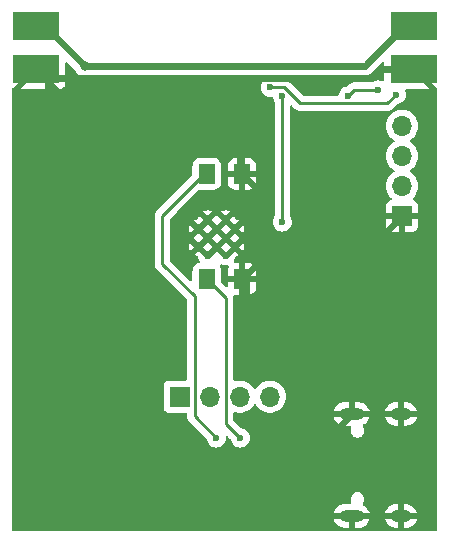
<source format=gbl>
%TF.GenerationSoftware,KiCad,Pcbnew,7.0.1-3b83917a11~172~ubuntu22.04.1*%
%TF.CreationDate,2023-04-18T10:01:55+02:00*%
%TF.ProjectId,part2,70617274-322e-46b6-9963-61645f706362,rev?*%
%TF.SameCoordinates,Original*%
%TF.FileFunction,Copper,L2,Bot*%
%TF.FilePolarity,Positive*%
%FSLAX46Y46*%
G04 Gerber Fmt 4.6, Leading zero omitted, Abs format (unit mm)*
G04 Created by KiCad (PCBNEW 7.0.1-3b83917a11~172~ubuntu22.04.1) date 2023-04-18 10:01:55*
%MOMM*%
%LPD*%
G01*
G04 APERTURE LIST*
G04 Aperture macros list*
%AMRoundRect*
0 Rectangle with rounded corners*
0 $1 Rounding radius*
0 $2 $3 $4 $5 $6 $7 $8 $9 X,Y pos of 4 corners*
0 Add a 4 corners polygon primitive as box body*
4,1,4,$2,$3,$4,$5,$6,$7,$8,$9,$2,$3,0*
0 Add four circle primitives for the rounded corners*
1,1,$1+$1,$2,$3*
1,1,$1+$1,$4,$5*
1,1,$1+$1,$6,$7*
1,1,$1+$1,$8,$9*
0 Add four rect primitives between the rounded corners*
20,1,$1+$1,$2,$3,$4,$5,0*
20,1,$1+$1,$4,$5,$6,$7,0*
20,1,$1+$1,$6,$7,$8,$9,0*
20,1,$1+$1,$8,$9,$2,$3,0*%
G04 Aperture macros list end*
%TA.AperFunction,SMDPad,CuDef*%
%ADD10R,4.000000X2.400000*%
%TD*%
%TA.AperFunction,ComponentPad*%
%ADD11R,1.700000X1.700000*%
%TD*%
%TA.AperFunction,ComponentPad*%
%ADD12O,1.700000X1.700000*%
%TD*%
%TA.AperFunction,SMDPad,CuDef*%
%ADD13RoundRect,0.250001X0.462499X0.624999X-0.462499X0.624999X-0.462499X-0.624999X0.462499X-0.624999X0*%
%TD*%
%TA.AperFunction,HeatsinkPad*%
%ADD14C,0.600000*%
%TD*%
%TA.AperFunction,ComponentPad*%
%ADD15O,2.100000X1.000000*%
%TD*%
%TA.AperFunction,ComponentPad*%
%ADD16O,1.800000X1.000000*%
%TD*%
%TA.AperFunction,ViaPad*%
%ADD17C,0.800000*%
%TD*%
%TA.AperFunction,ViaPad*%
%ADD18C,0.600000*%
%TD*%
%TA.AperFunction,Conductor*%
%ADD19C,0.600000*%
%TD*%
%TA.AperFunction,Conductor*%
%ADD20C,0.250000*%
%TD*%
G04 APERTURE END LIST*
D10*
%TO.P,J5,1,3V3*%
%TO.N,N/C*%
X158775500Y-79410000D03*
%TO.P,J5,2,GND*%
X158775500Y-83010000D03*
%TD*%
D11*
%TO.P,J4,1,Pin_1*%
%TO.N,N/C*%
X138975500Y-110742000D03*
D12*
%TO.P,J4,2,Pin_2*%
X141515500Y-110742000D03*
%TO.P,J4,3,Pin_3*%
X144055500Y-110742000D03*
%TO.P,J4,4,Pin_4*%
X146595500Y-110742000D03*
%TD*%
D11*
%TO.P,J3,1,Pin_1*%
%TO.N,N/C*%
X157802000Y-95446000D03*
D12*
%TO.P,J3,2,Pin_2*%
X157802000Y-92906000D03*
%TO.P,J3,3,Pin_3*%
X157802000Y-90366000D03*
%TO.P,J3,4,Pin_4*%
X157802000Y-87826000D03*
%TD*%
D13*
%TO.P,D1,1,K*%
%TO.N,N/C*%
X144240500Y-91890000D03*
%TO.P,D1,2,A*%
X141265500Y-91890000D03*
%TD*%
D10*
%TO.P,J9,1,3V3*%
%TO.N,N/C*%
X126775500Y-79410000D03*
%TO.P,J9,2,GND*%
X126775500Y-83010000D03*
%TD*%
D13*
%TO.P,D2,1,K*%
%TO.N,N/C*%
X144240500Y-100780000D03*
%TO.P,D2,2,A*%
X141265500Y-100780000D03*
%TD*%
D14*
%TO.P,U1,39,GND*%
%TO.N,N/C*%
X140570500Y-96537500D03*
X140570500Y-98062500D03*
X141333000Y-95775000D03*
X141333000Y-97300000D03*
X141333000Y-98825000D03*
X142095500Y-96537500D03*
X142095500Y-98062500D03*
X142858000Y-95775000D03*
X142858000Y-97300000D03*
X142858000Y-98825000D03*
X143620500Y-96537500D03*
X143620500Y-98062500D03*
%TD*%
D15*
%TO.P,J1,S1,SHIELD*%
%TO.N,N/C*%
X153515500Y-120846000D03*
D16*
X157695500Y-120846000D03*
D15*
X153515500Y-112206000D03*
D16*
X157695500Y-112206000D03*
%TD*%
D17*
%TO.N,*%
X127830000Y-87318000D03*
X144594000Y-104590000D03*
X149303569Y-114242500D03*
X136974000Y-112718000D03*
D18*
X142054000Y-114242000D03*
X144086000Y-114242000D03*
D17*
X130911500Y-82746000D03*
X130370000Y-98494000D03*
D18*
X157294000Y-85169500D03*
X146626000Y-84561500D03*
X155770000Y-84778000D03*
X147642000Y-85286000D03*
X147642000Y-95954000D03*
X153230000Y-85286000D03*
%TD*%
D19*
%TO.N,*%
X130370000Y-106114000D02*
X130370000Y-98494000D01*
X127527500Y-83762000D02*
X126775500Y-83010000D01*
X140022000Y-83762000D02*
X127527500Y-83762000D01*
X155262000Y-83762000D02*
X156014000Y-83010000D01*
X144086000Y-83762000D02*
X144086000Y-91735500D01*
X145610000Y-97478000D02*
X145610000Y-99410500D01*
X156014000Y-83010000D02*
X158775500Y-83010000D01*
X127830000Y-84064500D02*
X126775500Y-83010000D01*
X127830000Y-87318000D02*
X127830000Y-84064500D01*
X145610000Y-97478000D02*
X155770000Y-97478000D01*
X136974000Y-112718000D02*
X130370000Y-106114000D01*
X144086000Y-83762000D02*
X140022000Y-83762000D01*
X145610000Y-99410500D02*
X144240500Y-100780000D01*
X144086000Y-91735500D02*
X144240500Y-91890000D01*
X155770000Y-97478000D02*
X157802000Y-95446000D01*
X145610000Y-93259500D02*
X145610000Y-97478000D01*
X151479000Y-114242500D02*
X153515500Y-112206000D01*
X144240500Y-91890000D02*
X145610000Y-93259500D01*
X140022000Y-88842000D02*
X140022000Y-83762000D01*
X155262000Y-83762000D02*
X144594000Y-83762000D01*
X130370000Y-98494000D02*
X140022000Y-88842000D01*
X149303569Y-114242500D02*
X151479000Y-114242500D01*
X144594000Y-104590000D02*
X144594000Y-101133500D01*
X144594000Y-101133500D02*
X144240500Y-100780000D01*
X144594000Y-83762000D02*
X144086000Y-83762000D01*
D20*
X142054000Y-114242000D02*
X140228000Y-112416000D01*
X140228000Y-112416000D02*
X140228000Y-102256000D01*
X141038000Y-91890000D02*
X141265500Y-91890000D01*
X137482000Y-99510000D02*
X137482000Y-95446000D01*
X137482000Y-95446000D02*
X141038000Y-91890000D01*
X140228000Y-102256000D02*
X137482000Y-99510000D01*
X144086000Y-114242000D02*
X142880500Y-113036500D01*
X142880500Y-113036500D02*
X142880500Y-102395000D01*
X142880500Y-102395000D02*
X141265500Y-100780000D01*
D19*
X154639500Y-82746000D02*
X130911500Y-82746000D01*
X130911500Y-82746000D02*
X127575500Y-79410000D01*
X157975500Y-79410000D02*
X154639500Y-82746000D01*
X158775500Y-79410000D02*
X157975500Y-79410000D01*
X127575500Y-79410000D02*
X126775500Y-79410000D01*
D20*
X149166000Y-85911000D02*
X147816500Y-84561500D01*
X147816500Y-84561500D02*
X146626000Y-84561500D01*
X157294000Y-85169500D02*
X156552500Y-85911000D01*
X156552500Y-85911000D02*
X149166000Y-85911000D01*
X153738000Y-84778000D02*
X153230000Y-85286000D01*
X155770000Y-84778000D02*
X153738000Y-84778000D01*
X147642000Y-95954000D02*
X147642000Y-85286000D01*
%TD*%
%TA.AperFunction,NonConductor*%
G36*
X156224385Y-82452435D02*
G01*
X156261985Y-82496458D01*
X156275500Y-82552753D01*
X156275500Y-83923552D01*
X156261667Y-83980466D01*
X156223255Y-84024681D01*
X156168834Y-84046334D01*
X156110546Y-84040594D01*
X155951044Y-83984782D01*
X155770000Y-83964383D01*
X155588955Y-83984782D01*
X155416984Y-84044957D01*
X155356720Y-84082824D01*
X155288810Y-84125494D01*
X155222840Y-84144500D01*
X153821628Y-84144500D01*
X153800892Y-84142211D01*
X153798091Y-84142299D01*
X153730001Y-84144439D01*
X153726106Y-84144500D01*
X153698144Y-84144500D01*
X153694032Y-84145019D01*
X153682401Y-84145934D01*
X153638110Y-84147326D01*
X153618507Y-84153022D01*
X153599456Y-84156967D01*
X153579203Y-84159525D01*
X153538008Y-84175835D01*
X153526962Y-84179616D01*
X153484405Y-84191981D01*
X153466827Y-84202376D01*
X153449360Y-84210933D01*
X153430384Y-84218446D01*
X153394544Y-84244485D01*
X153384786Y-84250895D01*
X153346637Y-84273457D01*
X153332196Y-84287898D01*
X153317409Y-84300527D01*
X153300892Y-84312528D01*
X153272652Y-84346663D01*
X153264792Y-84355301D01*
X153167942Y-84452151D01*
X153134063Y-84476190D01*
X153094146Y-84487690D01*
X153048955Y-84492782D01*
X152876984Y-84552957D01*
X152722717Y-84649890D01*
X152593890Y-84778717D01*
X152496957Y-84932984D01*
X152436782Y-85104955D01*
X152429749Y-85167383D01*
X152408983Y-85223351D01*
X152364471Y-85263130D01*
X152306529Y-85277500D01*
X149479767Y-85277500D01*
X149432314Y-85268061D01*
X149392086Y-85241181D01*
X148323588Y-84172683D01*
X148310544Y-84156401D01*
X148258848Y-84107856D01*
X148256051Y-84105145D01*
X148236273Y-84085367D01*
X148232995Y-84082824D01*
X148224122Y-84075245D01*
X148191821Y-84044914D01*
X148173933Y-84035080D01*
X148157669Y-84024396D01*
X148141540Y-84011885D01*
X148100877Y-83994289D01*
X148090383Y-83989148D01*
X148051562Y-83967805D01*
X148038232Y-83964383D01*
X148031784Y-83962727D01*
X148013379Y-83956426D01*
X147994645Y-83948319D01*
X147994643Y-83948318D01*
X147994642Y-83948318D01*
X147950883Y-83941387D01*
X147939443Y-83939018D01*
X147896531Y-83928000D01*
X147896530Y-83928000D01*
X147876116Y-83928000D01*
X147856717Y-83926473D01*
X147836558Y-83923280D01*
X147836557Y-83923280D01*
X147814236Y-83925390D01*
X147792443Y-83927450D01*
X147780774Y-83928000D01*
X147173160Y-83928000D01*
X147107189Y-83908994D01*
X146979015Y-83828457D01*
X146884947Y-83795541D01*
X146828955Y-83755813D01*
X146802682Y-83692384D01*
X146814182Y-83624698D01*
X146859930Y-83573506D01*
X146925902Y-83554500D01*
X154730597Y-83554500D01*
X154768359Y-83545880D01*
X154782048Y-83543553D01*
X154820547Y-83539217D01*
X154857124Y-83526417D01*
X154870442Y-83522581D01*
X154908220Y-83513959D01*
X154943115Y-83497153D01*
X154955949Y-83491836D01*
X154992515Y-83479043D01*
X155025317Y-83458430D01*
X155037461Y-83451719D01*
X155072370Y-83434909D01*
X155102653Y-83410757D01*
X155113978Y-83402721D01*
X155146781Y-83382111D01*
X155275611Y-83253281D01*
X155275611Y-83253280D01*
X156063819Y-82465072D01*
X156113182Y-82434822D01*
X156170898Y-82430280D01*
X156224385Y-82452435D01*
G37*
%TD.AperFunction*%
%TA.AperFunction,NonConductor*%
G36*
X129437818Y-82434822D02*
G01*
X129487181Y-82465072D01*
X130025747Y-83003638D01*
X130055997Y-83052999D01*
X130076974Y-83117559D01*
X130172457Y-83282941D01*
X130172460Y-83282944D01*
X130300247Y-83424866D01*
X130434731Y-83522575D01*
X130454748Y-83537118D01*
X130629214Y-83614795D01*
X130816011Y-83654500D01*
X130816013Y-83654500D01*
X131006987Y-83654500D01*
X131006989Y-83654500D01*
X131193785Y-83614795D01*
X131193786Y-83614794D01*
X131193788Y-83614794D01*
X131305133Y-83565219D01*
X131355568Y-83554500D01*
X146326098Y-83554500D01*
X146392070Y-83573506D01*
X146437818Y-83624698D01*
X146449318Y-83692384D01*
X146423045Y-83755813D01*
X146367052Y-83795541D01*
X146319721Y-83812103D01*
X146272984Y-83828457D01*
X146118717Y-83925390D01*
X145989890Y-84054217D01*
X145892957Y-84208484D01*
X145832782Y-84380455D01*
X145812383Y-84561499D01*
X145832782Y-84742544D01*
X145832782Y-84742546D01*
X145832783Y-84742547D01*
X145892957Y-84914515D01*
X145989889Y-85068781D01*
X146118719Y-85197611D01*
X146272985Y-85294543D01*
X146444953Y-85354717D01*
X146565651Y-85368316D01*
X146625999Y-85375116D01*
X146625999Y-85375115D01*
X146626000Y-85375116D01*
X146712541Y-85365365D01*
X146776010Y-85374931D01*
X146826194Y-85414949D01*
X146841792Y-85454691D01*
X146844169Y-85453860D01*
X146908957Y-85639015D01*
X146989494Y-85767188D01*
X147008500Y-85833160D01*
X147008500Y-95406840D01*
X146989494Y-95472812D01*
X146908957Y-95600984D01*
X146848782Y-95772955D01*
X146828383Y-95954000D01*
X146848782Y-96135044D01*
X146848782Y-96135046D01*
X146848783Y-96135047D01*
X146908957Y-96307015D01*
X147005889Y-96461281D01*
X147134719Y-96590111D01*
X147288985Y-96687043D01*
X147460953Y-96747217D01*
X147642000Y-96767616D01*
X147823047Y-96747217D01*
X147995015Y-96687043D01*
X148149281Y-96590111D01*
X148278111Y-96461281D01*
X148375043Y-96307015D01*
X148435217Y-96135047D01*
X148455616Y-95954000D01*
X148435217Y-95772953D01*
X148408290Y-95696000D01*
X156452000Y-95696000D01*
X156452000Y-96343824D01*
X156458402Y-96403375D01*
X156508647Y-96538089D01*
X156594811Y-96653188D01*
X156709910Y-96739352D01*
X156844624Y-96789597D01*
X156904176Y-96796000D01*
X157552000Y-96796000D01*
X157552000Y-95696000D01*
X158052000Y-95696000D01*
X158052000Y-96796000D01*
X158699824Y-96796000D01*
X158759375Y-96789597D01*
X158894089Y-96739352D01*
X159009188Y-96653188D01*
X159095352Y-96538089D01*
X159145597Y-96403375D01*
X159152000Y-96343824D01*
X159152000Y-95696000D01*
X158052000Y-95696000D01*
X157552000Y-95696000D01*
X156452000Y-95696000D01*
X148408290Y-95696000D01*
X148375043Y-95600985D01*
X148294505Y-95472810D01*
X148275500Y-95406840D01*
X148275500Y-92905999D01*
X156438843Y-92905999D01*
X156457435Y-93130363D01*
X156457435Y-93130366D01*
X156457436Y-93130368D01*
X156499171Y-93295177D01*
X156512705Y-93348618D01*
X156603138Y-93554788D01*
X156726279Y-93743269D01*
X156877706Y-93907761D01*
X156906480Y-93960514D01*
X156907073Y-94020601D01*
X156879346Y-94073912D01*
X156829811Y-94107927D01*
X156709911Y-94152647D01*
X156594811Y-94238811D01*
X156508647Y-94353910D01*
X156458402Y-94488624D01*
X156452000Y-94548176D01*
X156452000Y-95196000D01*
X159152000Y-95196000D01*
X159152000Y-94548176D01*
X159145597Y-94488624D01*
X159095352Y-94353910D01*
X159009188Y-94238811D01*
X158894089Y-94152647D01*
X158774188Y-94107927D01*
X158724653Y-94073912D01*
X158696926Y-94020601D01*
X158697519Y-93960514D01*
X158726291Y-93907763D01*
X158877722Y-93743268D01*
X159000860Y-93554791D01*
X159091296Y-93348616D01*
X159146564Y-93130368D01*
X159165156Y-92906000D01*
X159146564Y-92681632D01*
X159091296Y-92463384D01*
X159000860Y-92257209D01*
X158877722Y-92068732D01*
X158725240Y-91903094D01*
X158547576Y-91764811D01*
X158511067Y-91745053D01*
X158463563Y-91699474D01*
X158446086Y-91636000D01*
X158463563Y-91572526D01*
X158511067Y-91526946D01*
X158547576Y-91507189D01*
X158725240Y-91368906D01*
X158877722Y-91203268D01*
X159000860Y-91014791D01*
X159091296Y-90808616D01*
X159146564Y-90590368D01*
X159165156Y-90366000D01*
X159146564Y-90141632D01*
X159091296Y-89923384D01*
X159000860Y-89717209D01*
X158877722Y-89528732D01*
X158725240Y-89363094D01*
X158547576Y-89224811D01*
X158547575Y-89224810D01*
X158511067Y-89205053D01*
X158463562Y-89159471D01*
X158446086Y-89095997D01*
X158463564Y-89032523D01*
X158511067Y-88986946D01*
X158547576Y-88967189D01*
X158725240Y-88828906D01*
X158877722Y-88663268D01*
X159000860Y-88474791D01*
X159091296Y-88268616D01*
X159146564Y-88050368D01*
X159165156Y-87826000D01*
X159146564Y-87601632D01*
X159091296Y-87383384D01*
X159000860Y-87177209D01*
X158877722Y-86988732D01*
X158725240Y-86823094D01*
X158547576Y-86684811D01*
X158349574Y-86577658D01*
X158349573Y-86577657D01*
X158349572Y-86577657D01*
X158136636Y-86504556D01*
X157914569Y-86467500D01*
X157689431Y-86467500D01*
X157467363Y-86504556D01*
X157254427Y-86577657D01*
X157056424Y-86684811D01*
X156878760Y-86823094D01*
X156726279Y-86988730D01*
X156603138Y-87177211D01*
X156512705Y-87383381D01*
X156457435Y-87601636D01*
X156438843Y-87826000D01*
X156457435Y-88050363D01*
X156512705Y-88268618D01*
X156603138Y-88474788D01*
X156603140Y-88474791D01*
X156726278Y-88663268D01*
X156878760Y-88828906D01*
X157056424Y-88967189D01*
X157092930Y-88986945D01*
X157140435Y-89032524D01*
X157157913Y-89095997D01*
X157140437Y-89159471D01*
X157092933Y-89205052D01*
X157056427Y-89224809D01*
X156878760Y-89363094D01*
X156726279Y-89528730D01*
X156603138Y-89717211D01*
X156512705Y-89923381D01*
X156457435Y-90141636D01*
X156438843Y-90366000D01*
X156457435Y-90590363D01*
X156457435Y-90590366D01*
X156457436Y-90590368D01*
X156509675Y-90796655D01*
X156512705Y-90808618D01*
X156603138Y-91014788D01*
X156603140Y-91014791D01*
X156726278Y-91203268D01*
X156878760Y-91368906D01*
X157056424Y-91507189D01*
X157056426Y-91507190D01*
X157092931Y-91526946D01*
X157140436Y-91572527D01*
X157157913Y-91636000D01*
X157140436Y-91699473D01*
X157092931Y-91745054D01*
X157056426Y-91764809D01*
X156878760Y-91903094D01*
X156726279Y-92068730D01*
X156603138Y-92257211D01*
X156512705Y-92463381D01*
X156457435Y-92681636D01*
X156438843Y-92905999D01*
X148275500Y-92905999D01*
X148275500Y-86215766D01*
X148289015Y-86159471D01*
X148326615Y-86115448D01*
X148380102Y-86093293D01*
X148437818Y-86097835D01*
X148487181Y-86128085D01*
X148658910Y-86299814D01*
X148671959Y-86316101D01*
X148673999Y-86318016D01*
X148674000Y-86318018D01*
X148723701Y-86364690D01*
X148726434Y-86367338D01*
X148746230Y-86387134D01*
X148749493Y-86389665D01*
X148758369Y-86397245D01*
X148790679Y-86427586D01*
X148808572Y-86437422D01*
X148824831Y-86448103D01*
X148840959Y-86460613D01*
X148881625Y-86478210D01*
X148892106Y-86483346D01*
X148898082Y-86486631D01*
X148930940Y-86504695D01*
X148950710Y-86509771D01*
X148969115Y-86516071D01*
X148987855Y-86524181D01*
X149031630Y-86531113D01*
X149043041Y-86533477D01*
X149085970Y-86544500D01*
X149106384Y-86544500D01*
X149125783Y-86546027D01*
X149145943Y-86549220D01*
X149190056Y-86545050D01*
X149201726Y-86544500D01*
X156468867Y-86544500D01*
X156489608Y-86546789D01*
X156492405Y-86546701D01*
X156492409Y-86546702D01*
X156560517Y-86544560D01*
X156564413Y-86544500D01*
X156592354Y-86544500D01*
X156592356Y-86544500D01*
X156596456Y-86543981D01*
X156608106Y-86543064D01*
X156652389Y-86541673D01*
X156671998Y-86535975D01*
X156691031Y-86532033D01*
X156711297Y-86529474D01*
X156752506Y-86513157D01*
X156763537Y-86509380D01*
X156806093Y-86497018D01*
X156823660Y-86486628D01*
X156841132Y-86478068D01*
X156860117Y-86470552D01*
X156895975Y-86444498D01*
X156905723Y-86438096D01*
X156943862Y-86415542D01*
X156958300Y-86401103D01*
X156973088Y-86388472D01*
X156989607Y-86376472D01*
X157017859Y-86342319D01*
X157025703Y-86333699D01*
X157356057Y-86003345D01*
X157389934Y-85979309D01*
X157429853Y-85967809D01*
X157475047Y-85962717D01*
X157647015Y-85902543D01*
X157801281Y-85805611D01*
X157930111Y-85676781D01*
X158027043Y-85522515D01*
X158087217Y-85350547D01*
X158107616Y-85169500D01*
X158107377Y-85167383D01*
X158087217Y-84988455D01*
X158087217Y-84988453D01*
X158047501Y-84874953D01*
X158041762Y-84816666D01*
X158063415Y-84762245D01*
X158107630Y-84723833D01*
X158164544Y-84710000D01*
X160121947Y-84710000D01*
X160121947Y-84709999D01*
X158509628Y-83097680D01*
X158477534Y-83042092D01*
X158477534Y-82977905D01*
X158509628Y-82922318D01*
X158687819Y-82744128D01*
X158743407Y-82712034D01*
X158807594Y-82712034D01*
X158863181Y-82744128D01*
X160745181Y-84626128D01*
X160772061Y-84666356D01*
X160781500Y-84713809D01*
X160781500Y-122042800D01*
X160764887Y-122104800D01*
X160719500Y-122150187D01*
X160657500Y-122166800D01*
X124906500Y-122166800D01*
X124844500Y-122150187D01*
X124799113Y-122104800D01*
X124782500Y-122042800D01*
X124782500Y-121096000D01*
X151992134Y-121096000D01*
X151992432Y-121097948D01*
X152063064Y-121288663D01*
X152170645Y-121461263D01*
X152310766Y-121608669D01*
X152477694Y-121724855D01*
X152664592Y-121805059D01*
X152863811Y-121846000D01*
X153265500Y-121846000D01*
X153265500Y-121096000D01*
X153765500Y-121096000D01*
X153765500Y-121846000D01*
X154116210Y-121846000D01*
X154267839Y-121830580D01*
X154461889Y-121769696D01*
X154639714Y-121670996D01*
X154794031Y-121538520D01*
X154918521Y-121377692D01*
X155008089Y-121195094D01*
X155033746Y-121096000D01*
X156322134Y-121096000D01*
X156322432Y-121097948D01*
X156393064Y-121288663D01*
X156500645Y-121461263D01*
X156640766Y-121608669D01*
X156807694Y-121724855D01*
X156994592Y-121805059D01*
X157193811Y-121846000D01*
X157445500Y-121846000D01*
X157445500Y-121096000D01*
X157945500Y-121096000D01*
X157945500Y-121846000D01*
X158146210Y-121846000D01*
X158297839Y-121830580D01*
X158491889Y-121769696D01*
X158669714Y-121670996D01*
X158824031Y-121538520D01*
X158948521Y-121377692D01*
X159038089Y-121195094D01*
X159063746Y-121096000D01*
X157945500Y-121096000D01*
X157445500Y-121096000D01*
X156322134Y-121096000D01*
X155033746Y-121096000D01*
X153765500Y-121096000D01*
X153265500Y-121096000D01*
X151992134Y-121096000D01*
X124782500Y-121096000D01*
X124782500Y-120596000D01*
X151997253Y-120596000D01*
X155038866Y-120596000D01*
X156327253Y-120596000D01*
X157445500Y-120596000D01*
X157445500Y-119846000D01*
X157945500Y-119846000D01*
X157945500Y-120596000D01*
X159068866Y-120596000D01*
X159068567Y-120594051D01*
X158997935Y-120403336D01*
X158890354Y-120230736D01*
X158750233Y-120083330D01*
X158583305Y-119967144D01*
X158396407Y-119886940D01*
X158197189Y-119846000D01*
X157945500Y-119846000D01*
X157445500Y-119846000D01*
X157244790Y-119846000D01*
X157093160Y-119861419D01*
X156899110Y-119922303D01*
X156721285Y-120021003D01*
X156566968Y-120153479D01*
X156442478Y-120314307D01*
X156352910Y-120496905D01*
X156327253Y-120595999D01*
X156327253Y-120596000D01*
X155038866Y-120596000D01*
X155038567Y-120594051D01*
X154967935Y-120403336D01*
X154860354Y-120230736D01*
X154720233Y-120083330D01*
X154553305Y-119967144D01*
X154522855Y-119954077D01*
X154477754Y-119920995D01*
X154451779Y-119871459D01*
X154450215Y-119815548D01*
X154473379Y-119764641D01*
X154518198Y-119706233D01*
X154576187Y-119566236D01*
X154595966Y-119416000D01*
X154576187Y-119265764D01*
X154518198Y-119125767D01*
X154425951Y-119005549D01*
X154305733Y-118913302D01*
X154305731Y-118913301D01*
X154165735Y-118855312D01*
X154053221Y-118840500D01*
X154053220Y-118840500D01*
X153977780Y-118840500D01*
X153977779Y-118840500D01*
X153865264Y-118855312D01*
X153725268Y-118913301D01*
X153605049Y-119005549D01*
X153512801Y-119125768D01*
X153454812Y-119265764D01*
X153435033Y-119415999D01*
X153454812Y-119566235D01*
X153499677Y-119674547D01*
X153508519Y-119734154D01*
X153488218Y-119790891D01*
X153443569Y-119831358D01*
X153385116Y-119846000D01*
X152914790Y-119846000D01*
X152763160Y-119861419D01*
X152569110Y-119922303D01*
X152391285Y-120021003D01*
X152236968Y-120153479D01*
X152112478Y-120314307D01*
X152022910Y-120496905D01*
X151997253Y-120595999D01*
X151997253Y-120596000D01*
X124782500Y-120596000D01*
X124782500Y-95425941D01*
X136843780Y-95425941D01*
X136847950Y-95470057D01*
X136848500Y-95481726D01*
X136848500Y-99426367D01*
X136846210Y-99447108D01*
X136848439Y-99518017D01*
X136848500Y-99521913D01*
X136848500Y-99549855D01*
X136849018Y-99553956D01*
X136849934Y-99565597D01*
X136851326Y-99609888D01*
X136857022Y-99629492D01*
X136860967Y-99648544D01*
X136863525Y-99668798D01*
X136879838Y-99710001D01*
X136883621Y-99721049D01*
X136895982Y-99763593D01*
X136906374Y-99781166D01*
X136914931Y-99798633D01*
X136922448Y-99817618D01*
X136948491Y-99853463D01*
X136954905Y-99863227D01*
X136977458Y-99901362D01*
X136991890Y-99915794D01*
X137004526Y-99930589D01*
X137016526Y-99947105D01*
X137050667Y-99975349D01*
X137059308Y-99983212D01*
X139558181Y-102482085D01*
X139585061Y-102522313D01*
X139594500Y-102569766D01*
X139594500Y-109259500D01*
X139577887Y-109321500D01*
X139532500Y-109366887D01*
X139470500Y-109383500D01*
X138076862Y-109383500D01*
X138049945Y-109386393D01*
X138016294Y-109390011D01*
X137879296Y-109441110D01*
X137762238Y-109528738D01*
X137674610Y-109645796D01*
X137623511Y-109782794D01*
X137617000Y-109843366D01*
X137617000Y-111640634D01*
X137623511Y-111701205D01*
X137674610Y-111838203D01*
X137762238Y-111955261D01*
X137879296Y-112042889D01*
X138016294Y-112093988D01*
X138016297Y-112093988D01*
X138016299Y-112093989D01*
X138076862Y-112100500D01*
X139470500Y-112100500D01*
X139532500Y-112117113D01*
X139577887Y-112162500D01*
X139594500Y-112224500D01*
X139594500Y-112332367D01*
X139592210Y-112353108D01*
X139594439Y-112424017D01*
X139594500Y-112427913D01*
X139594500Y-112455855D01*
X139595018Y-112459956D01*
X139595934Y-112471597D01*
X139597326Y-112515888D01*
X139603022Y-112535492D01*
X139606967Y-112554544D01*
X139609525Y-112574798D01*
X139625838Y-112616001D01*
X139629621Y-112627049D01*
X139641982Y-112669593D01*
X139652374Y-112687166D01*
X139660931Y-112704633D01*
X139668448Y-112723618D01*
X139694491Y-112759463D01*
X139700905Y-112769227D01*
X139723458Y-112807362D01*
X139737890Y-112821794D01*
X139750526Y-112836589D01*
X139762526Y-112853105D01*
X139796667Y-112881349D01*
X139805308Y-112889212D01*
X141220151Y-114304056D01*
X141244190Y-114337935D01*
X141255690Y-114377852D01*
X141260782Y-114423044D01*
X141260782Y-114423046D01*
X141260783Y-114423047D01*
X141320957Y-114595015D01*
X141417889Y-114749281D01*
X141546719Y-114878111D01*
X141700985Y-114975043D01*
X141872953Y-115035217D01*
X141993650Y-115048816D01*
X142053999Y-115055616D01*
X142053999Y-115055615D01*
X142054000Y-115055616D01*
X142235047Y-115035217D01*
X142407015Y-114975043D01*
X142561281Y-114878111D01*
X142690111Y-114749281D01*
X142787043Y-114595015D01*
X142847217Y-114423047D01*
X142867616Y-114242000D01*
X142867615Y-114241999D01*
X142866345Y-114230715D01*
X142874479Y-114170667D01*
X142910096Y-114121643D01*
X142964692Y-114095351D01*
X143025227Y-114098070D01*
X143077246Y-114129150D01*
X143252151Y-114304055D01*
X143276190Y-114337934D01*
X143287690Y-114377852D01*
X143292782Y-114423043D01*
X143292782Y-114423045D01*
X143292783Y-114423047D01*
X143352957Y-114595015D01*
X143449889Y-114749281D01*
X143578719Y-114878111D01*
X143732985Y-114975043D01*
X143904953Y-115035217D01*
X144025650Y-115048816D01*
X144085999Y-115055616D01*
X144085999Y-115055615D01*
X144086000Y-115055616D01*
X144267047Y-115035217D01*
X144439015Y-114975043D01*
X144593281Y-114878111D01*
X144722111Y-114749281D01*
X144819043Y-114595015D01*
X144879217Y-114423047D01*
X144899616Y-114242000D01*
X144879217Y-114060953D01*
X144819043Y-113888985D01*
X144722111Y-113734719D01*
X144593281Y-113605889D01*
X144439015Y-113508957D01*
X144267047Y-113448783D01*
X144267046Y-113448782D01*
X144267044Y-113448782D01*
X144221852Y-113443690D01*
X144181935Y-113432190D01*
X144148056Y-113408151D01*
X143550319Y-112810414D01*
X143523439Y-112770186D01*
X143514000Y-112722733D01*
X143514000Y-112456000D01*
X151992134Y-112456000D01*
X151992432Y-112457948D01*
X152063064Y-112648663D01*
X152170645Y-112821263D01*
X152310766Y-112968669D01*
X152477694Y-113084855D01*
X152664592Y-113165059D01*
X152863811Y-113206000D01*
X153385116Y-113206000D01*
X153443569Y-113220642D01*
X153488218Y-113261109D01*
X153508519Y-113317846D01*
X153499677Y-113377453D01*
X153454812Y-113485764D01*
X153435033Y-113635999D01*
X153454812Y-113786235D01*
X153497373Y-113888984D01*
X153512802Y-113926233D01*
X153605049Y-114046451D01*
X153725267Y-114138698D01*
X153802447Y-114170667D01*
X153865264Y-114196687D01*
X153977779Y-114211500D01*
X153977780Y-114211500D01*
X154053220Y-114211500D01*
X154053221Y-114211500D01*
X154109478Y-114204093D01*
X154165736Y-114196687D01*
X154305733Y-114138698D01*
X154425951Y-114046451D01*
X154518198Y-113926233D01*
X154576187Y-113786236D01*
X154595966Y-113636000D01*
X154576187Y-113485764D01*
X154518198Y-113345767D01*
X154509782Y-113334799D01*
X154472661Y-113286421D01*
X154450158Y-113238582D01*
X154449628Y-113185717D01*
X154471167Y-113137436D01*
X154510860Y-113102516D01*
X154639714Y-113030996D01*
X154794031Y-112898520D01*
X154918521Y-112737692D01*
X155008089Y-112555094D01*
X155033746Y-112456000D01*
X156322134Y-112456000D01*
X156322432Y-112457948D01*
X156393064Y-112648663D01*
X156500645Y-112821263D01*
X156640766Y-112968669D01*
X156807694Y-113084855D01*
X156994592Y-113165059D01*
X157193811Y-113206000D01*
X157445500Y-113206000D01*
X157445500Y-112456000D01*
X157945500Y-112456000D01*
X157945500Y-113206000D01*
X158146210Y-113206000D01*
X158297839Y-113190580D01*
X158491889Y-113129696D01*
X158669714Y-113030996D01*
X158824031Y-112898520D01*
X158948521Y-112737692D01*
X159038089Y-112555094D01*
X159063746Y-112456000D01*
X157945500Y-112456000D01*
X157445500Y-112456000D01*
X156322134Y-112456000D01*
X155033746Y-112456000D01*
X151992134Y-112456000D01*
X143514000Y-112456000D01*
X143514000Y-112166100D01*
X143527749Y-112109349D01*
X143565947Y-112065183D01*
X143620123Y-112043395D01*
X143678263Y-112048819D01*
X143699690Y-112056174D01*
X143720865Y-112063444D01*
X143942931Y-112100500D01*
X144168069Y-112100500D01*
X144390135Y-112063444D01*
X144603074Y-111990342D01*
X144801076Y-111883189D01*
X144978740Y-111744906D01*
X145131222Y-111579268D01*
X145221690Y-111440795D01*
X145266482Y-111399561D01*
X145325500Y-111384616D01*
X145384518Y-111399561D01*
X145429309Y-111440795D01*
X145519778Y-111579268D01*
X145672260Y-111744906D01*
X145849924Y-111883189D01*
X146047926Y-111990342D01*
X146260865Y-112063444D01*
X146482931Y-112100500D01*
X146708069Y-112100500D01*
X146930135Y-112063444D01*
X147143074Y-111990342D01*
X147206533Y-111956000D01*
X151997253Y-111956000D01*
X153265500Y-111956000D01*
X153265500Y-111206000D01*
X153765500Y-111206000D01*
X153765500Y-111956000D01*
X155038866Y-111956000D01*
X156327253Y-111956000D01*
X157445500Y-111956000D01*
X157445500Y-111206000D01*
X157945500Y-111206000D01*
X157945500Y-111956000D01*
X159068866Y-111956000D01*
X159068567Y-111954051D01*
X158997935Y-111763336D01*
X158890354Y-111590736D01*
X158750233Y-111443330D01*
X158583305Y-111327144D01*
X158396407Y-111246940D01*
X158197189Y-111206000D01*
X157945500Y-111206000D01*
X157445500Y-111206000D01*
X157244790Y-111206000D01*
X157093160Y-111221419D01*
X156899110Y-111282303D01*
X156721285Y-111381003D01*
X156566968Y-111513479D01*
X156442478Y-111674307D01*
X156352910Y-111856905D01*
X156327253Y-111955999D01*
X156327253Y-111956000D01*
X155038866Y-111956000D01*
X155038567Y-111954051D01*
X154967935Y-111763336D01*
X154860354Y-111590736D01*
X154720233Y-111443330D01*
X154553305Y-111327144D01*
X154366407Y-111246940D01*
X154167189Y-111206000D01*
X153765500Y-111206000D01*
X153265500Y-111206000D01*
X152914790Y-111206000D01*
X152763160Y-111221419D01*
X152569110Y-111282303D01*
X152391285Y-111381003D01*
X152236968Y-111513479D01*
X152112478Y-111674307D01*
X152022910Y-111856905D01*
X151997253Y-111955999D01*
X151997253Y-111956000D01*
X147206533Y-111956000D01*
X147341076Y-111883189D01*
X147518740Y-111744906D01*
X147671222Y-111579268D01*
X147794360Y-111390791D01*
X147884796Y-111184616D01*
X147940064Y-110966368D01*
X147958656Y-110742000D01*
X147940064Y-110517632D01*
X147884796Y-110299384D01*
X147794360Y-110093209D01*
X147671222Y-109904732D01*
X147518740Y-109739094D01*
X147341076Y-109600811D01*
X147143074Y-109493658D01*
X147143073Y-109493657D01*
X147143072Y-109493657D01*
X146930136Y-109420556D01*
X146708069Y-109383500D01*
X146482931Y-109383500D01*
X146260863Y-109420556D01*
X146047927Y-109493657D01*
X145849924Y-109600811D01*
X145672260Y-109739094D01*
X145519779Y-109904730D01*
X145429309Y-110043205D01*
X145384517Y-110084438D01*
X145325500Y-110099383D01*
X145266483Y-110084438D01*
X145221691Y-110043205D01*
X145201543Y-110012367D01*
X145131222Y-109904732D01*
X144978740Y-109739094D01*
X144801076Y-109600811D01*
X144603074Y-109493658D01*
X144603073Y-109493657D01*
X144603072Y-109493657D01*
X144390136Y-109420556D01*
X144168069Y-109383500D01*
X143942931Y-109383500D01*
X143720863Y-109420556D01*
X143678263Y-109435181D01*
X143620123Y-109440605D01*
X143565947Y-109418817D01*
X143527749Y-109374651D01*
X143514000Y-109317900D01*
X143514000Y-102478633D01*
X143516289Y-102457890D01*
X143516201Y-102455094D01*
X143516202Y-102455091D01*
X143514060Y-102386968D01*
X143514000Y-102383074D01*
X143514000Y-102355147D01*
X143514000Y-102355144D01*
X143513482Y-102351047D01*
X143512565Y-102339398D01*
X143510682Y-102279452D01*
X143512946Y-102279380D01*
X143511610Y-102244566D01*
X143537741Y-102190537D01*
X143586183Y-102155108D01*
X143645590Y-102146578D01*
X143728023Y-102155000D01*
X143990500Y-102155000D01*
X143990500Y-101030000D01*
X144490500Y-101030000D01*
X144490500Y-102155000D01*
X144752978Y-102155000D01*
X144855695Y-102144506D01*
X145022121Y-102089357D01*
X145171344Y-101997316D01*
X145295316Y-101873344D01*
X145387357Y-101724121D01*
X145442506Y-101557695D01*
X145453000Y-101454978D01*
X145453000Y-101030000D01*
X144490500Y-101030000D01*
X143990500Y-101030000D01*
X143028000Y-101030000D01*
X143028000Y-101347234D01*
X143014485Y-101403529D01*
X142976885Y-101447552D01*
X142923398Y-101469707D01*
X142865682Y-101465165D01*
X142816320Y-101434915D01*
X142522819Y-101141414D01*
X142495939Y-101101186D01*
X142486500Y-101053733D01*
X142486500Y-100104457D01*
X142486500Y-100104456D01*
X142475887Y-100000575D01*
X142420115Y-99832262D01*
X142357563Y-99730850D01*
X142339329Y-99673272D01*
X142350459Y-99613910D01*
X142388311Y-99566846D01*
X142443907Y-99543248D01*
X142504055Y-99548711D01*
X142678859Y-99609877D01*
X142857999Y-99630062D01*
X142994500Y-99614682D01*
X143061953Y-99626070D01*
X143113102Y-99671493D01*
X143132382Y-99737128D01*
X143113923Y-99802998D01*
X143093642Y-99835878D01*
X143038493Y-100002304D01*
X143028000Y-100105022D01*
X143028000Y-100530000D01*
X143990500Y-100530000D01*
X143990500Y-99405000D01*
X144490500Y-99405000D01*
X144490500Y-100530000D01*
X145453000Y-100530000D01*
X145453000Y-100105022D01*
X145442506Y-100002304D01*
X145387357Y-99835878D01*
X145295316Y-99686655D01*
X145171344Y-99562683D01*
X145022121Y-99470642D01*
X144855695Y-99415493D01*
X144752978Y-99405000D01*
X144490500Y-99405000D01*
X143990500Y-99405000D01*
X143728020Y-99405000D01*
X143671297Y-99410794D01*
X143604024Y-99398733D01*
X143553360Y-99352860D01*
X143534696Y-99287113D01*
X143553703Y-99221463D01*
X143583335Y-99174304D01*
X143642876Y-99004144D01*
X143647678Y-98961518D01*
X143665905Y-98909428D01*
X143704928Y-98870405D01*
X143757018Y-98852178D01*
X143799644Y-98847376D01*
X143969803Y-98787835D01*
X143983607Y-98779161D01*
X143983607Y-98779160D01*
X143620500Y-98416053D01*
X142945681Y-99090872D01*
X142890094Y-99122966D01*
X142825906Y-99122966D01*
X142770319Y-99090872D01*
X142095500Y-98416053D01*
X141420681Y-99090872D01*
X141365094Y-99122966D01*
X141300906Y-99122966D01*
X141245319Y-99090872D01*
X140987693Y-98833246D01*
X140570501Y-98416053D01*
X140570500Y-98416053D01*
X140207391Y-98779160D01*
X140221196Y-98787835D01*
X140391355Y-98847376D01*
X140433980Y-98852178D01*
X140486069Y-98870404D01*
X140525092Y-98909425D01*
X140543319Y-98961514D01*
X140548122Y-99004140D01*
X140607664Y-99174303D01*
X140651637Y-99244286D01*
X140669920Y-99296887D01*
X140663340Y-99352184D01*
X140633225Y-99399025D01*
X140585647Y-99427964D01*
X140480264Y-99462884D01*
X140329346Y-99555971D01*
X140203971Y-99681346D01*
X140110884Y-99832264D01*
X140055113Y-100000573D01*
X140044500Y-100104457D01*
X140044500Y-100877233D01*
X140030985Y-100933528D01*
X139993385Y-100977551D01*
X139939898Y-100999706D01*
X139882182Y-100995164D01*
X139832819Y-100964914D01*
X138151819Y-99283914D01*
X138124939Y-99243686D01*
X138115500Y-99196233D01*
X138115500Y-98062499D01*
X139765437Y-98062499D01*
X139785622Y-98241640D01*
X139845165Y-98411804D01*
X139853838Y-98425608D01*
X140216947Y-98062501D01*
X140216947Y-98062500D01*
X140924053Y-98062500D01*
X141333000Y-98471447D01*
X141741947Y-98062500D01*
X142449053Y-98062500D01*
X142858000Y-98471447D01*
X143266946Y-98062501D01*
X143974053Y-98062501D01*
X144337160Y-98425607D01*
X144337161Y-98425607D01*
X144345835Y-98411803D01*
X144405377Y-98241640D01*
X144425562Y-98062499D01*
X144405377Y-97883359D01*
X144345835Y-97713196D01*
X144337160Y-97699391D01*
X143974053Y-98062500D01*
X143974053Y-98062501D01*
X143266946Y-98062501D01*
X143266947Y-98062500D01*
X142858000Y-97653553D01*
X142449053Y-98062500D01*
X141741947Y-98062500D01*
X141333000Y-97653553D01*
X140924053Y-98062500D01*
X140216947Y-98062500D01*
X139853838Y-97699390D01*
X139853838Y-97699391D01*
X139845164Y-97713196D01*
X139785622Y-97883359D01*
X139765437Y-98062499D01*
X138115500Y-98062499D01*
X138115500Y-97345838D01*
X140207390Y-97345838D01*
X140570499Y-97708947D01*
X140979447Y-97300000D01*
X141686553Y-97300000D01*
X142095500Y-97708947D01*
X142504447Y-97300000D01*
X143211553Y-97300000D01*
X143620500Y-97708947D01*
X143620501Y-97708947D01*
X143983608Y-97345838D01*
X143980008Y-97313884D01*
X143980007Y-97286119D01*
X143983607Y-97254160D01*
X143620500Y-96891053D01*
X143211553Y-97300000D01*
X142504447Y-97300000D01*
X142095500Y-96891053D01*
X141686553Y-97300000D01*
X140979447Y-97300000D01*
X140570501Y-96891053D01*
X140570500Y-96891053D01*
X140207390Y-97254161D01*
X140210991Y-97286123D01*
X140210991Y-97313892D01*
X140207390Y-97345838D01*
X138115500Y-97345838D01*
X138115500Y-96537500D01*
X139765437Y-96537500D01*
X139785622Y-96716640D01*
X139845165Y-96886804D01*
X139853838Y-96900608D01*
X140216947Y-96537501D01*
X140216947Y-96537500D01*
X140924053Y-96537500D01*
X141333000Y-96946447D01*
X141741947Y-96537500D01*
X142449053Y-96537500D01*
X142858000Y-96946447D01*
X143266946Y-96537501D01*
X143974053Y-96537501D01*
X144337160Y-96900607D01*
X144337161Y-96900607D01*
X144345835Y-96886803D01*
X144405377Y-96716640D01*
X144425562Y-96537500D01*
X144405377Y-96358359D01*
X144345835Y-96188196D01*
X144337160Y-96174391D01*
X143974053Y-96537500D01*
X143974053Y-96537501D01*
X143266946Y-96537501D01*
X143266947Y-96537500D01*
X142858000Y-96128553D01*
X142449053Y-96537500D01*
X141741947Y-96537500D01*
X141333000Y-96128553D01*
X140924053Y-96537500D01*
X140216947Y-96537500D01*
X139853838Y-96174390D01*
X139853838Y-96174391D01*
X139845164Y-96188196D01*
X139785622Y-96358359D01*
X139765437Y-96537500D01*
X138115500Y-96537500D01*
X138115500Y-95820838D01*
X140207390Y-95820838D01*
X140570499Y-96183947D01*
X140979446Y-95775001D01*
X141686553Y-95775001D01*
X142095499Y-96183947D01*
X142504447Y-95774999D01*
X143211552Y-95774999D01*
X143620500Y-96183947D01*
X143620501Y-96183947D01*
X143983608Y-95820838D01*
X143969804Y-95812165D01*
X143799640Y-95752622D01*
X143757014Y-95747819D01*
X143704925Y-95729592D01*
X143665904Y-95690569D01*
X143647678Y-95638480D01*
X143642876Y-95595855D01*
X143583335Y-95425696D01*
X143574660Y-95411891D01*
X143211552Y-95774999D01*
X142504447Y-95774999D01*
X142141338Y-95411890D01*
X142109392Y-95415491D01*
X142081623Y-95415491D01*
X142049661Y-95411890D01*
X141686553Y-95775000D01*
X141686553Y-95775001D01*
X140979446Y-95775001D01*
X140979447Y-95775000D01*
X140616338Y-95411890D01*
X140616338Y-95411891D01*
X140607664Y-95425696D01*
X140548122Y-95595859D01*
X140543319Y-95638485D01*
X140525092Y-95690572D01*
X140486072Y-95729592D01*
X140433985Y-95747819D01*
X140391359Y-95752622D01*
X140221196Y-95812164D01*
X140207391Y-95820838D01*
X140207390Y-95820838D01*
X138115500Y-95820838D01*
X138115500Y-95759766D01*
X138124939Y-95712313D01*
X138151819Y-95672085D01*
X138735341Y-95088563D01*
X138765566Y-95058338D01*
X140969890Y-95058338D01*
X141333000Y-95421447D01*
X141333001Y-95421447D01*
X141696108Y-95058338D01*
X142494890Y-95058338D01*
X142858000Y-95421447D01*
X142858001Y-95421447D01*
X143221108Y-95058338D01*
X143207304Y-95049665D01*
X143037140Y-94990122D01*
X142858000Y-94969937D01*
X142678859Y-94990122D01*
X142508696Y-95049664D01*
X142494891Y-95058338D01*
X142494890Y-95058338D01*
X141696108Y-95058338D01*
X141682304Y-95049665D01*
X141512140Y-94990122D01*
X141333000Y-94969937D01*
X141153859Y-94990122D01*
X140983696Y-95049664D01*
X140969891Y-95058338D01*
X140969890Y-95058338D01*
X138765566Y-95058338D01*
X140528727Y-93295175D01*
X140587812Y-93262200D01*
X140634784Y-93264251D01*
X140635065Y-93261507D01*
X140718288Y-93270009D01*
X140752456Y-93273500D01*
X141778543Y-93273500D01*
X141778544Y-93273500D01*
X141882425Y-93262887D01*
X142050738Y-93207115D01*
X142201651Y-93114030D01*
X142327030Y-92988651D01*
X142420115Y-92837738D01*
X142475887Y-92669425D01*
X142486500Y-92565544D01*
X142486500Y-92140000D01*
X143028000Y-92140000D01*
X143028000Y-92564978D01*
X143038493Y-92667695D01*
X143093642Y-92834121D01*
X143185683Y-92983344D01*
X143309655Y-93107316D01*
X143458878Y-93199357D01*
X143625304Y-93254506D01*
X143728022Y-93265000D01*
X143990500Y-93265000D01*
X143990500Y-92140000D01*
X144490500Y-92140000D01*
X144490500Y-93265000D01*
X144752978Y-93265000D01*
X144855695Y-93254506D01*
X145022121Y-93199357D01*
X145171344Y-93107316D01*
X145295316Y-92983344D01*
X145387357Y-92834121D01*
X145442506Y-92667695D01*
X145453000Y-92564978D01*
X145453000Y-92140000D01*
X144490500Y-92140000D01*
X143990500Y-92140000D01*
X143028000Y-92140000D01*
X142486500Y-92140000D01*
X142486500Y-91640000D01*
X143028000Y-91640000D01*
X143990500Y-91640000D01*
X143990500Y-90515000D01*
X144490500Y-90515000D01*
X144490500Y-91640000D01*
X145453000Y-91640000D01*
X145453000Y-91215022D01*
X145442506Y-91112304D01*
X145387357Y-90945878D01*
X145295316Y-90796655D01*
X145171344Y-90672683D01*
X145022121Y-90580642D01*
X144855695Y-90525493D01*
X144752978Y-90515000D01*
X144490500Y-90515000D01*
X143990500Y-90515000D01*
X143728022Y-90515000D01*
X143625304Y-90525493D01*
X143458878Y-90580642D01*
X143309655Y-90672683D01*
X143185683Y-90796655D01*
X143093642Y-90945878D01*
X143038493Y-91112304D01*
X143028000Y-91215022D01*
X143028000Y-91640000D01*
X142486500Y-91640000D01*
X142486500Y-91214456D01*
X142475887Y-91110575D01*
X142420115Y-90942262D01*
X142327030Y-90791349D01*
X142327029Y-90791348D01*
X142327028Y-90791346D01*
X142201653Y-90665971D01*
X142169128Y-90645909D01*
X142050738Y-90572885D01*
X142050735Y-90572884D01*
X141882426Y-90517113D01*
X141830484Y-90511806D01*
X141778544Y-90506500D01*
X140752456Y-90506500D01*
X140717829Y-90510037D01*
X140648573Y-90517113D01*
X140480264Y-90572884D01*
X140329346Y-90665971D01*
X140203971Y-90791346D01*
X140110884Y-90942264D01*
X140055113Y-91110573D01*
X140044500Y-91214457D01*
X140044500Y-91936233D01*
X140035061Y-91983686D01*
X140008181Y-92023914D01*
X137093180Y-94938913D01*
X137076896Y-94951961D01*
X137028339Y-95003668D01*
X137025633Y-95006461D01*
X137005861Y-95026233D01*
X137003321Y-95029508D01*
X136995752Y-95038369D01*
X136965414Y-95070677D01*
X136955582Y-95088563D01*
X136944901Y-95104823D01*
X136932385Y-95120959D01*
X136914786Y-95161628D01*
X136909648Y-95172117D01*
X136888303Y-95210943D01*
X136883226Y-95230718D01*
X136876925Y-95249123D01*
X136868818Y-95267856D01*
X136861888Y-95311610D01*
X136859520Y-95323046D01*
X136848500Y-95365970D01*
X136848500Y-95386384D01*
X136846973Y-95405783D01*
X136843780Y-95425941D01*
X124782500Y-95425941D01*
X124782500Y-84709999D01*
X125429052Y-84709999D01*
X125429053Y-84710000D01*
X128121947Y-84710000D01*
X128121947Y-84709999D01*
X126775500Y-83363553D01*
X125429052Y-84709999D01*
X124782500Y-84709999D01*
X124782500Y-84700809D01*
X124791939Y-84653356D01*
X124818819Y-84613128D01*
X126687819Y-82744128D01*
X126743406Y-82712034D01*
X126807594Y-82712034D01*
X126863181Y-82744128D01*
X128828496Y-84709443D01*
X128882875Y-84703597D01*
X129017589Y-84653352D01*
X129132688Y-84567188D01*
X129218852Y-84452089D01*
X129269097Y-84317375D01*
X129275500Y-84257824D01*
X129275500Y-82552753D01*
X129289015Y-82496458D01*
X129326615Y-82452435D01*
X129380102Y-82430280D01*
X129437818Y-82434822D01*
G37*
%TD.AperFunction*%
M02*

</source>
